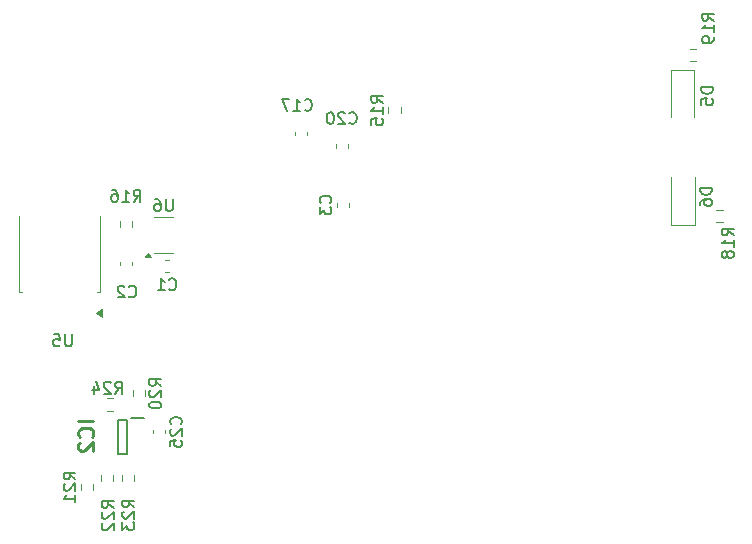
<source format=gbo>
%TF.GenerationSoftware,KiCad,Pcbnew,9.0.0*%
%TF.CreationDate,2025-03-30T14:17:43+09:00*%
%TF.ProjectId,v1000,76313030-302e-46b6-9963-61645f706362,rev?*%
%TF.SameCoordinates,Original*%
%TF.FileFunction,Legend,Bot*%
%TF.FilePolarity,Positive*%
%FSLAX46Y46*%
G04 Gerber Fmt 4.6, Leading zero omitted, Abs format (unit mm)*
G04 Created by KiCad (PCBNEW 9.0.0) date 2025-03-30 14:17:43*
%MOMM*%
%LPD*%
G01*
G04 APERTURE LIST*
%ADD10C,0.150000*%
%ADD11C,0.254000*%
%ADD12C,0.120000*%
%ADD13C,0.200000*%
G04 APERTURE END LIST*
D10*
X121724819Y-96631905D02*
X120724819Y-96631905D01*
X120724819Y-96631905D02*
X120724819Y-96870000D01*
X120724819Y-96870000D02*
X120772438Y-97012857D01*
X120772438Y-97012857D02*
X120867676Y-97108095D01*
X120867676Y-97108095D02*
X120962914Y-97155714D01*
X120962914Y-97155714D02*
X121153390Y-97203333D01*
X121153390Y-97203333D02*
X121296247Y-97203333D01*
X121296247Y-97203333D02*
X121486723Y-97155714D01*
X121486723Y-97155714D02*
X121581961Y-97108095D01*
X121581961Y-97108095D02*
X121677200Y-97012857D01*
X121677200Y-97012857D02*
X121724819Y-96870000D01*
X121724819Y-96870000D02*
X121724819Y-96631905D01*
X120724819Y-98060476D02*
X120724819Y-97870000D01*
X120724819Y-97870000D02*
X120772438Y-97774762D01*
X120772438Y-97774762D02*
X120820057Y-97727143D01*
X120820057Y-97727143D02*
X120962914Y-97631905D01*
X120962914Y-97631905D02*
X121153390Y-97584286D01*
X121153390Y-97584286D02*
X121534342Y-97584286D01*
X121534342Y-97584286D02*
X121629580Y-97631905D01*
X121629580Y-97631905D02*
X121677200Y-97679524D01*
X121677200Y-97679524D02*
X121724819Y-97774762D01*
X121724819Y-97774762D02*
X121724819Y-97965238D01*
X121724819Y-97965238D02*
X121677200Y-98060476D01*
X121677200Y-98060476D02*
X121629580Y-98108095D01*
X121629580Y-98108095D02*
X121534342Y-98155714D01*
X121534342Y-98155714D02*
X121296247Y-98155714D01*
X121296247Y-98155714D02*
X121201009Y-98108095D01*
X121201009Y-98108095D02*
X121153390Y-98060476D01*
X121153390Y-98060476D02*
X121105771Y-97965238D01*
X121105771Y-97965238D02*
X121105771Y-97774762D01*
X121105771Y-97774762D02*
X121153390Y-97679524D01*
X121153390Y-97679524D02*
X121201009Y-97631905D01*
X121201009Y-97631905D02*
X121296247Y-97584286D01*
X121834819Y-88101905D02*
X120834819Y-88101905D01*
X120834819Y-88101905D02*
X120834819Y-88340000D01*
X120834819Y-88340000D02*
X120882438Y-88482857D01*
X120882438Y-88482857D02*
X120977676Y-88578095D01*
X120977676Y-88578095D02*
X121072914Y-88625714D01*
X121072914Y-88625714D02*
X121263390Y-88673333D01*
X121263390Y-88673333D02*
X121406247Y-88673333D01*
X121406247Y-88673333D02*
X121596723Y-88625714D01*
X121596723Y-88625714D02*
X121691961Y-88578095D01*
X121691961Y-88578095D02*
X121787200Y-88482857D01*
X121787200Y-88482857D02*
X121834819Y-88340000D01*
X121834819Y-88340000D02*
X121834819Y-88101905D01*
X120834819Y-89578095D02*
X120834819Y-89101905D01*
X120834819Y-89101905D02*
X121311009Y-89054286D01*
X121311009Y-89054286D02*
X121263390Y-89101905D01*
X121263390Y-89101905D02*
X121215771Y-89197143D01*
X121215771Y-89197143D02*
X121215771Y-89435238D01*
X121215771Y-89435238D02*
X121263390Y-89530476D01*
X121263390Y-89530476D02*
X121311009Y-89578095D01*
X121311009Y-89578095D02*
X121406247Y-89625714D01*
X121406247Y-89625714D02*
X121644342Y-89625714D01*
X121644342Y-89625714D02*
X121739580Y-89578095D01*
X121739580Y-89578095D02*
X121787200Y-89530476D01*
X121787200Y-89530476D02*
X121834819Y-89435238D01*
X121834819Y-89435238D02*
X121834819Y-89197143D01*
X121834819Y-89197143D02*
X121787200Y-89101905D01*
X121787200Y-89101905D02*
X121739580Y-89054286D01*
X91042857Y-91119580D02*
X91090476Y-91167200D01*
X91090476Y-91167200D02*
X91233333Y-91214819D01*
X91233333Y-91214819D02*
X91328571Y-91214819D01*
X91328571Y-91214819D02*
X91471428Y-91167200D01*
X91471428Y-91167200D02*
X91566666Y-91071961D01*
X91566666Y-91071961D02*
X91614285Y-90976723D01*
X91614285Y-90976723D02*
X91661904Y-90786247D01*
X91661904Y-90786247D02*
X91661904Y-90643390D01*
X91661904Y-90643390D02*
X91614285Y-90452914D01*
X91614285Y-90452914D02*
X91566666Y-90357676D01*
X91566666Y-90357676D02*
X91471428Y-90262438D01*
X91471428Y-90262438D02*
X91328571Y-90214819D01*
X91328571Y-90214819D02*
X91233333Y-90214819D01*
X91233333Y-90214819D02*
X91090476Y-90262438D01*
X91090476Y-90262438D02*
X91042857Y-90310057D01*
X90661904Y-90310057D02*
X90614285Y-90262438D01*
X90614285Y-90262438D02*
X90519047Y-90214819D01*
X90519047Y-90214819D02*
X90280952Y-90214819D01*
X90280952Y-90214819D02*
X90185714Y-90262438D01*
X90185714Y-90262438D02*
X90138095Y-90310057D01*
X90138095Y-90310057D02*
X90090476Y-90405295D01*
X90090476Y-90405295D02*
X90090476Y-90500533D01*
X90090476Y-90500533D02*
X90138095Y-90643390D01*
X90138095Y-90643390D02*
X90709523Y-91214819D01*
X90709523Y-91214819D02*
X90090476Y-91214819D01*
X89471428Y-90214819D02*
X89376190Y-90214819D01*
X89376190Y-90214819D02*
X89280952Y-90262438D01*
X89280952Y-90262438D02*
X89233333Y-90310057D01*
X89233333Y-90310057D02*
X89185714Y-90405295D01*
X89185714Y-90405295D02*
X89138095Y-90595771D01*
X89138095Y-90595771D02*
X89138095Y-90833866D01*
X89138095Y-90833866D02*
X89185714Y-91024342D01*
X89185714Y-91024342D02*
X89233333Y-91119580D01*
X89233333Y-91119580D02*
X89280952Y-91167200D01*
X89280952Y-91167200D02*
X89376190Y-91214819D01*
X89376190Y-91214819D02*
X89471428Y-91214819D01*
X89471428Y-91214819D02*
X89566666Y-91167200D01*
X89566666Y-91167200D02*
X89614285Y-91119580D01*
X89614285Y-91119580D02*
X89661904Y-91024342D01*
X89661904Y-91024342D02*
X89709523Y-90833866D01*
X89709523Y-90833866D02*
X89709523Y-90595771D01*
X89709523Y-90595771D02*
X89661904Y-90405295D01*
X89661904Y-90405295D02*
X89614285Y-90310057D01*
X89614285Y-90310057D02*
X89566666Y-90262438D01*
X89566666Y-90262438D02*
X89471428Y-90214819D01*
X67534404Y-109034819D02*
X67534404Y-109844342D01*
X67534404Y-109844342D02*
X67486785Y-109939580D01*
X67486785Y-109939580D02*
X67439166Y-109987200D01*
X67439166Y-109987200D02*
X67343928Y-110034819D01*
X67343928Y-110034819D02*
X67153452Y-110034819D01*
X67153452Y-110034819D02*
X67058214Y-109987200D01*
X67058214Y-109987200D02*
X67010595Y-109939580D01*
X67010595Y-109939580D02*
X66962976Y-109844342D01*
X66962976Y-109844342D02*
X66962976Y-109034819D01*
X66010595Y-109034819D02*
X66486785Y-109034819D01*
X66486785Y-109034819D02*
X66534404Y-109511009D01*
X66534404Y-109511009D02*
X66486785Y-109463390D01*
X66486785Y-109463390D02*
X66391547Y-109415771D01*
X66391547Y-109415771D02*
X66153452Y-109415771D01*
X66153452Y-109415771D02*
X66058214Y-109463390D01*
X66058214Y-109463390D02*
X66010595Y-109511009D01*
X66010595Y-109511009D02*
X65962976Y-109606247D01*
X65962976Y-109606247D02*
X65962976Y-109844342D01*
X65962976Y-109844342D02*
X66010595Y-109939580D01*
X66010595Y-109939580D02*
X66058214Y-109987200D01*
X66058214Y-109987200D02*
X66153452Y-110034819D01*
X66153452Y-110034819D02*
X66391547Y-110034819D01*
X66391547Y-110034819D02*
X66486785Y-109987200D01*
X66486785Y-109987200D02*
X66534404Y-109939580D01*
X71074819Y-123697142D02*
X70598628Y-123363809D01*
X71074819Y-123125714D02*
X70074819Y-123125714D01*
X70074819Y-123125714D02*
X70074819Y-123506666D01*
X70074819Y-123506666D02*
X70122438Y-123601904D01*
X70122438Y-123601904D02*
X70170057Y-123649523D01*
X70170057Y-123649523D02*
X70265295Y-123697142D01*
X70265295Y-123697142D02*
X70408152Y-123697142D01*
X70408152Y-123697142D02*
X70503390Y-123649523D01*
X70503390Y-123649523D02*
X70551009Y-123601904D01*
X70551009Y-123601904D02*
X70598628Y-123506666D01*
X70598628Y-123506666D02*
X70598628Y-123125714D01*
X70170057Y-124078095D02*
X70122438Y-124125714D01*
X70122438Y-124125714D02*
X70074819Y-124220952D01*
X70074819Y-124220952D02*
X70074819Y-124459047D01*
X70074819Y-124459047D02*
X70122438Y-124554285D01*
X70122438Y-124554285D02*
X70170057Y-124601904D01*
X70170057Y-124601904D02*
X70265295Y-124649523D01*
X70265295Y-124649523D02*
X70360533Y-124649523D01*
X70360533Y-124649523D02*
X70503390Y-124601904D01*
X70503390Y-124601904D02*
X71074819Y-124030476D01*
X71074819Y-124030476D02*
X71074819Y-124649523D01*
X70170057Y-125030476D02*
X70122438Y-125078095D01*
X70122438Y-125078095D02*
X70074819Y-125173333D01*
X70074819Y-125173333D02*
X70074819Y-125411428D01*
X70074819Y-125411428D02*
X70122438Y-125506666D01*
X70122438Y-125506666D02*
X70170057Y-125554285D01*
X70170057Y-125554285D02*
X70265295Y-125601904D01*
X70265295Y-125601904D02*
X70360533Y-125601904D01*
X70360533Y-125601904D02*
X70503390Y-125554285D01*
X70503390Y-125554285D02*
X71074819Y-124982857D01*
X71074819Y-124982857D02*
X71074819Y-125601904D01*
X72376666Y-105799580D02*
X72424285Y-105847200D01*
X72424285Y-105847200D02*
X72567142Y-105894819D01*
X72567142Y-105894819D02*
X72662380Y-105894819D01*
X72662380Y-105894819D02*
X72805237Y-105847200D01*
X72805237Y-105847200D02*
X72900475Y-105751961D01*
X72900475Y-105751961D02*
X72948094Y-105656723D01*
X72948094Y-105656723D02*
X72995713Y-105466247D01*
X72995713Y-105466247D02*
X72995713Y-105323390D01*
X72995713Y-105323390D02*
X72948094Y-105132914D01*
X72948094Y-105132914D02*
X72900475Y-105037676D01*
X72900475Y-105037676D02*
X72805237Y-104942438D01*
X72805237Y-104942438D02*
X72662380Y-104894819D01*
X72662380Y-104894819D02*
X72567142Y-104894819D01*
X72567142Y-104894819D02*
X72424285Y-104942438D01*
X72424285Y-104942438D02*
X72376666Y-104990057D01*
X71995713Y-104990057D02*
X71948094Y-104942438D01*
X71948094Y-104942438D02*
X71852856Y-104894819D01*
X71852856Y-104894819D02*
X71614761Y-104894819D01*
X71614761Y-104894819D02*
X71519523Y-104942438D01*
X71519523Y-104942438D02*
X71471904Y-104990057D01*
X71471904Y-104990057D02*
X71424285Y-105085295D01*
X71424285Y-105085295D02*
X71424285Y-105180533D01*
X71424285Y-105180533D02*
X71471904Y-105323390D01*
X71471904Y-105323390D02*
X72043332Y-105894819D01*
X72043332Y-105894819D02*
X71424285Y-105894819D01*
X76759580Y-116647142D02*
X76807200Y-116599523D01*
X76807200Y-116599523D02*
X76854819Y-116456666D01*
X76854819Y-116456666D02*
X76854819Y-116361428D01*
X76854819Y-116361428D02*
X76807200Y-116218571D01*
X76807200Y-116218571D02*
X76711961Y-116123333D01*
X76711961Y-116123333D02*
X76616723Y-116075714D01*
X76616723Y-116075714D02*
X76426247Y-116028095D01*
X76426247Y-116028095D02*
X76283390Y-116028095D01*
X76283390Y-116028095D02*
X76092914Y-116075714D01*
X76092914Y-116075714D02*
X75997676Y-116123333D01*
X75997676Y-116123333D02*
X75902438Y-116218571D01*
X75902438Y-116218571D02*
X75854819Y-116361428D01*
X75854819Y-116361428D02*
X75854819Y-116456666D01*
X75854819Y-116456666D02*
X75902438Y-116599523D01*
X75902438Y-116599523D02*
X75950057Y-116647142D01*
X75950057Y-117028095D02*
X75902438Y-117075714D01*
X75902438Y-117075714D02*
X75854819Y-117170952D01*
X75854819Y-117170952D02*
X75854819Y-117409047D01*
X75854819Y-117409047D02*
X75902438Y-117504285D01*
X75902438Y-117504285D02*
X75950057Y-117551904D01*
X75950057Y-117551904D02*
X76045295Y-117599523D01*
X76045295Y-117599523D02*
X76140533Y-117599523D01*
X76140533Y-117599523D02*
X76283390Y-117551904D01*
X76283390Y-117551904D02*
X76854819Y-116980476D01*
X76854819Y-116980476D02*
X76854819Y-117599523D01*
X75854819Y-118504285D02*
X75854819Y-118028095D01*
X75854819Y-118028095D02*
X76331009Y-117980476D01*
X76331009Y-117980476D02*
X76283390Y-118028095D01*
X76283390Y-118028095D02*
X76235771Y-118123333D01*
X76235771Y-118123333D02*
X76235771Y-118361428D01*
X76235771Y-118361428D02*
X76283390Y-118456666D01*
X76283390Y-118456666D02*
X76331009Y-118504285D01*
X76331009Y-118504285D02*
X76426247Y-118551904D01*
X76426247Y-118551904D02*
X76664342Y-118551904D01*
X76664342Y-118551904D02*
X76759580Y-118504285D01*
X76759580Y-118504285D02*
X76807200Y-118456666D01*
X76807200Y-118456666D02*
X76854819Y-118361428D01*
X76854819Y-118361428D02*
X76854819Y-118123333D01*
X76854819Y-118123333D02*
X76807200Y-118028095D01*
X76807200Y-118028095D02*
X76759580Y-117980476D01*
X87252857Y-90009580D02*
X87300476Y-90057200D01*
X87300476Y-90057200D02*
X87443333Y-90104819D01*
X87443333Y-90104819D02*
X87538571Y-90104819D01*
X87538571Y-90104819D02*
X87681428Y-90057200D01*
X87681428Y-90057200D02*
X87776666Y-89961961D01*
X87776666Y-89961961D02*
X87824285Y-89866723D01*
X87824285Y-89866723D02*
X87871904Y-89676247D01*
X87871904Y-89676247D02*
X87871904Y-89533390D01*
X87871904Y-89533390D02*
X87824285Y-89342914D01*
X87824285Y-89342914D02*
X87776666Y-89247676D01*
X87776666Y-89247676D02*
X87681428Y-89152438D01*
X87681428Y-89152438D02*
X87538571Y-89104819D01*
X87538571Y-89104819D02*
X87443333Y-89104819D01*
X87443333Y-89104819D02*
X87300476Y-89152438D01*
X87300476Y-89152438D02*
X87252857Y-89200057D01*
X86300476Y-90104819D02*
X86871904Y-90104819D01*
X86586190Y-90104819D02*
X86586190Y-89104819D01*
X86586190Y-89104819D02*
X86681428Y-89247676D01*
X86681428Y-89247676D02*
X86776666Y-89342914D01*
X86776666Y-89342914D02*
X86871904Y-89390533D01*
X85967142Y-89104819D02*
X85300476Y-89104819D01*
X85300476Y-89104819D02*
X85729047Y-90104819D01*
X75774166Y-105189580D02*
X75821785Y-105237200D01*
X75821785Y-105237200D02*
X75964642Y-105284819D01*
X75964642Y-105284819D02*
X76059880Y-105284819D01*
X76059880Y-105284819D02*
X76202737Y-105237200D01*
X76202737Y-105237200D02*
X76297975Y-105141961D01*
X76297975Y-105141961D02*
X76345594Y-105046723D01*
X76345594Y-105046723D02*
X76393213Y-104856247D01*
X76393213Y-104856247D02*
X76393213Y-104713390D01*
X76393213Y-104713390D02*
X76345594Y-104522914D01*
X76345594Y-104522914D02*
X76297975Y-104427676D01*
X76297975Y-104427676D02*
X76202737Y-104332438D01*
X76202737Y-104332438D02*
X76059880Y-104284819D01*
X76059880Y-104284819D02*
X75964642Y-104284819D01*
X75964642Y-104284819D02*
X75821785Y-104332438D01*
X75821785Y-104332438D02*
X75774166Y-104380057D01*
X74821785Y-105284819D02*
X75393213Y-105284819D01*
X75107499Y-105284819D02*
X75107499Y-104284819D01*
X75107499Y-104284819D02*
X75202737Y-104427676D01*
X75202737Y-104427676D02*
X75297975Y-104522914D01*
X75297975Y-104522914D02*
X75393213Y-104570533D01*
X121904819Y-82457142D02*
X121428628Y-82123809D01*
X121904819Y-81885714D02*
X120904819Y-81885714D01*
X120904819Y-81885714D02*
X120904819Y-82266666D01*
X120904819Y-82266666D02*
X120952438Y-82361904D01*
X120952438Y-82361904D02*
X121000057Y-82409523D01*
X121000057Y-82409523D02*
X121095295Y-82457142D01*
X121095295Y-82457142D02*
X121238152Y-82457142D01*
X121238152Y-82457142D02*
X121333390Y-82409523D01*
X121333390Y-82409523D02*
X121381009Y-82361904D01*
X121381009Y-82361904D02*
X121428628Y-82266666D01*
X121428628Y-82266666D02*
X121428628Y-81885714D01*
X121904819Y-83409523D02*
X121904819Y-82838095D01*
X121904819Y-83123809D02*
X120904819Y-83123809D01*
X120904819Y-83123809D02*
X121047676Y-83028571D01*
X121047676Y-83028571D02*
X121142914Y-82933333D01*
X121142914Y-82933333D02*
X121190533Y-82838095D01*
X121904819Y-83885714D02*
X121904819Y-84076190D01*
X121904819Y-84076190D02*
X121857200Y-84171428D01*
X121857200Y-84171428D02*
X121809580Y-84219047D01*
X121809580Y-84219047D02*
X121666723Y-84314285D01*
X121666723Y-84314285D02*
X121476247Y-84361904D01*
X121476247Y-84361904D02*
X121095295Y-84361904D01*
X121095295Y-84361904D02*
X121000057Y-84314285D01*
X121000057Y-84314285D02*
X120952438Y-84266666D01*
X120952438Y-84266666D02*
X120904819Y-84171428D01*
X120904819Y-84171428D02*
X120904819Y-83980952D01*
X120904819Y-83980952D02*
X120952438Y-83885714D01*
X120952438Y-83885714D02*
X121000057Y-83838095D01*
X121000057Y-83838095D02*
X121095295Y-83790476D01*
X121095295Y-83790476D02*
X121333390Y-83790476D01*
X121333390Y-83790476D02*
X121428628Y-83838095D01*
X121428628Y-83838095D02*
X121476247Y-83885714D01*
X121476247Y-83885714D02*
X121523866Y-83980952D01*
X121523866Y-83980952D02*
X121523866Y-84171428D01*
X121523866Y-84171428D02*
X121476247Y-84266666D01*
X121476247Y-84266666D02*
X121428628Y-84314285D01*
X121428628Y-84314285D02*
X121333390Y-84361904D01*
X72824819Y-123667142D02*
X72348628Y-123333809D01*
X72824819Y-123095714D02*
X71824819Y-123095714D01*
X71824819Y-123095714D02*
X71824819Y-123476666D01*
X71824819Y-123476666D02*
X71872438Y-123571904D01*
X71872438Y-123571904D02*
X71920057Y-123619523D01*
X71920057Y-123619523D02*
X72015295Y-123667142D01*
X72015295Y-123667142D02*
X72158152Y-123667142D01*
X72158152Y-123667142D02*
X72253390Y-123619523D01*
X72253390Y-123619523D02*
X72301009Y-123571904D01*
X72301009Y-123571904D02*
X72348628Y-123476666D01*
X72348628Y-123476666D02*
X72348628Y-123095714D01*
X71920057Y-124048095D02*
X71872438Y-124095714D01*
X71872438Y-124095714D02*
X71824819Y-124190952D01*
X71824819Y-124190952D02*
X71824819Y-124429047D01*
X71824819Y-124429047D02*
X71872438Y-124524285D01*
X71872438Y-124524285D02*
X71920057Y-124571904D01*
X71920057Y-124571904D02*
X72015295Y-124619523D01*
X72015295Y-124619523D02*
X72110533Y-124619523D01*
X72110533Y-124619523D02*
X72253390Y-124571904D01*
X72253390Y-124571904D02*
X72824819Y-124000476D01*
X72824819Y-124000476D02*
X72824819Y-124619523D01*
X71824819Y-124952857D02*
X71824819Y-125571904D01*
X71824819Y-125571904D02*
X72205771Y-125238571D01*
X72205771Y-125238571D02*
X72205771Y-125381428D01*
X72205771Y-125381428D02*
X72253390Y-125476666D01*
X72253390Y-125476666D02*
X72301009Y-125524285D01*
X72301009Y-125524285D02*
X72396247Y-125571904D01*
X72396247Y-125571904D02*
X72634342Y-125571904D01*
X72634342Y-125571904D02*
X72729580Y-125524285D01*
X72729580Y-125524285D02*
X72777200Y-125476666D01*
X72777200Y-125476666D02*
X72824819Y-125381428D01*
X72824819Y-125381428D02*
X72824819Y-125095714D01*
X72824819Y-125095714D02*
X72777200Y-125000476D01*
X72777200Y-125000476D02*
X72729580Y-124952857D01*
D11*
X69374318Y-116370237D02*
X68104318Y-116370237D01*
X69253365Y-117700714D02*
X69313842Y-117640238D01*
X69313842Y-117640238D02*
X69374318Y-117458809D01*
X69374318Y-117458809D02*
X69374318Y-117337857D01*
X69374318Y-117337857D02*
X69313842Y-117156428D01*
X69313842Y-117156428D02*
X69192889Y-117035476D01*
X69192889Y-117035476D02*
X69071937Y-116974999D01*
X69071937Y-116974999D02*
X68830032Y-116914523D01*
X68830032Y-116914523D02*
X68648603Y-116914523D01*
X68648603Y-116914523D02*
X68406699Y-116974999D01*
X68406699Y-116974999D02*
X68285746Y-117035476D01*
X68285746Y-117035476D02*
X68164794Y-117156428D01*
X68164794Y-117156428D02*
X68104318Y-117337857D01*
X68104318Y-117337857D02*
X68104318Y-117458809D01*
X68104318Y-117458809D02*
X68164794Y-117640238D01*
X68164794Y-117640238D02*
X68225270Y-117700714D01*
X68225270Y-118184523D02*
X68164794Y-118244999D01*
X68164794Y-118244999D02*
X68104318Y-118365952D01*
X68104318Y-118365952D02*
X68104318Y-118668333D01*
X68104318Y-118668333D02*
X68164794Y-118789285D01*
X68164794Y-118789285D02*
X68225270Y-118849761D01*
X68225270Y-118849761D02*
X68346222Y-118910238D01*
X68346222Y-118910238D02*
X68467175Y-118910238D01*
X68467175Y-118910238D02*
X68648603Y-118849761D01*
X68648603Y-118849761D02*
X69374318Y-118124047D01*
X69374318Y-118124047D02*
X69374318Y-118910238D01*
D10*
X123574819Y-100637142D02*
X123098628Y-100303809D01*
X123574819Y-100065714D02*
X122574819Y-100065714D01*
X122574819Y-100065714D02*
X122574819Y-100446666D01*
X122574819Y-100446666D02*
X122622438Y-100541904D01*
X122622438Y-100541904D02*
X122670057Y-100589523D01*
X122670057Y-100589523D02*
X122765295Y-100637142D01*
X122765295Y-100637142D02*
X122908152Y-100637142D01*
X122908152Y-100637142D02*
X123003390Y-100589523D01*
X123003390Y-100589523D02*
X123051009Y-100541904D01*
X123051009Y-100541904D02*
X123098628Y-100446666D01*
X123098628Y-100446666D02*
X123098628Y-100065714D01*
X123574819Y-101589523D02*
X123574819Y-101018095D01*
X123574819Y-101303809D02*
X122574819Y-101303809D01*
X122574819Y-101303809D02*
X122717676Y-101208571D01*
X122717676Y-101208571D02*
X122812914Y-101113333D01*
X122812914Y-101113333D02*
X122860533Y-101018095D01*
X123003390Y-102160952D02*
X122955771Y-102065714D01*
X122955771Y-102065714D02*
X122908152Y-102018095D01*
X122908152Y-102018095D02*
X122812914Y-101970476D01*
X122812914Y-101970476D02*
X122765295Y-101970476D01*
X122765295Y-101970476D02*
X122670057Y-102018095D01*
X122670057Y-102018095D02*
X122622438Y-102065714D01*
X122622438Y-102065714D02*
X122574819Y-102160952D01*
X122574819Y-102160952D02*
X122574819Y-102351428D01*
X122574819Y-102351428D02*
X122622438Y-102446666D01*
X122622438Y-102446666D02*
X122670057Y-102494285D01*
X122670057Y-102494285D02*
X122765295Y-102541904D01*
X122765295Y-102541904D02*
X122812914Y-102541904D01*
X122812914Y-102541904D02*
X122908152Y-102494285D01*
X122908152Y-102494285D02*
X122955771Y-102446666D01*
X122955771Y-102446666D02*
X123003390Y-102351428D01*
X123003390Y-102351428D02*
X123003390Y-102160952D01*
X123003390Y-102160952D02*
X123051009Y-102065714D01*
X123051009Y-102065714D02*
X123098628Y-102018095D01*
X123098628Y-102018095D02*
X123193866Y-101970476D01*
X123193866Y-101970476D02*
X123384342Y-101970476D01*
X123384342Y-101970476D02*
X123479580Y-102018095D01*
X123479580Y-102018095D02*
X123527200Y-102065714D01*
X123527200Y-102065714D02*
X123574819Y-102160952D01*
X123574819Y-102160952D02*
X123574819Y-102351428D01*
X123574819Y-102351428D02*
X123527200Y-102446666D01*
X123527200Y-102446666D02*
X123479580Y-102494285D01*
X123479580Y-102494285D02*
X123384342Y-102541904D01*
X123384342Y-102541904D02*
X123193866Y-102541904D01*
X123193866Y-102541904D02*
X123098628Y-102494285D01*
X123098628Y-102494285D02*
X123051009Y-102446666D01*
X123051009Y-102446666D02*
X123003390Y-102351428D01*
X71202857Y-114044819D02*
X71536190Y-113568628D01*
X71774285Y-114044819D02*
X71774285Y-113044819D01*
X71774285Y-113044819D02*
X71393333Y-113044819D01*
X71393333Y-113044819D02*
X71298095Y-113092438D01*
X71298095Y-113092438D02*
X71250476Y-113140057D01*
X71250476Y-113140057D02*
X71202857Y-113235295D01*
X71202857Y-113235295D02*
X71202857Y-113378152D01*
X71202857Y-113378152D02*
X71250476Y-113473390D01*
X71250476Y-113473390D02*
X71298095Y-113521009D01*
X71298095Y-113521009D02*
X71393333Y-113568628D01*
X71393333Y-113568628D02*
X71774285Y-113568628D01*
X70821904Y-113140057D02*
X70774285Y-113092438D01*
X70774285Y-113092438D02*
X70679047Y-113044819D01*
X70679047Y-113044819D02*
X70440952Y-113044819D01*
X70440952Y-113044819D02*
X70345714Y-113092438D01*
X70345714Y-113092438D02*
X70298095Y-113140057D01*
X70298095Y-113140057D02*
X70250476Y-113235295D01*
X70250476Y-113235295D02*
X70250476Y-113330533D01*
X70250476Y-113330533D02*
X70298095Y-113473390D01*
X70298095Y-113473390D02*
X70869523Y-114044819D01*
X70869523Y-114044819D02*
X70250476Y-114044819D01*
X69393333Y-113378152D02*
X69393333Y-114044819D01*
X69631428Y-112997200D02*
X69869523Y-113711485D01*
X69869523Y-113711485D02*
X69250476Y-113711485D01*
X93884819Y-89407142D02*
X93408628Y-89073809D01*
X93884819Y-88835714D02*
X92884819Y-88835714D01*
X92884819Y-88835714D02*
X92884819Y-89216666D01*
X92884819Y-89216666D02*
X92932438Y-89311904D01*
X92932438Y-89311904D02*
X92980057Y-89359523D01*
X92980057Y-89359523D02*
X93075295Y-89407142D01*
X93075295Y-89407142D02*
X93218152Y-89407142D01*
X93218152Y-89407142D02*
X93313390Y-89359523D01*
X93313390Y-89359523D02*
X93361009Y-89311904D01*
X93361009Y-89311904D02*
X93408628Y-89216666D01*
X93408628Y-89216666D02*
X93408628Y-88835714D01*
X93884819Y-90359523D02*
X93884819Y-89788095D01*
X93884819Y-90073809D02*
X92884819Y-90073809D01*
X92884819Y-90073809D02*
X93027676Y-89978571D01*
X93027676Y-89978571D02*
X93122914Y-89883333D01*
X93122914Y-89883333D02*
X93170533Y-89788095D01*
X92884819Y-91264285D02*
X92884819Y-90788095D01*
X92884819Y-90788095D02*
X93361009Y-90740476D01*
X93361009Y-90740476D02*
X93313390Y-90788095D01*
X93313390Y-90788095D02*
X93265771Y-90883333D01*
X93265771Y-90883333D02*
X93265771Y-91121428D01*
X93265771Y-91121428D02*
X93313390Y-91216666D01*
X93313390Y-91216666D02*
X93361009Y-91264285D01*
X93361009Y-91264285D02*
X93456247Y-91311904D01*
X93456247Y-91311904D02*
X93694342Y-91311904D01*
X93694342Y-91311904D02*
X93789580Y-91264285D01*
X93789580Y-91264285D02*
X93837200Y-91216666D01*
X93837200Y-91216666D02*
X93884819Y-91121428D01*
X93884819Y-91121428D02*
X93884819Y-90883333D01*
X93884819Y-90883333D02*
X93837200Y-90788095D01*
X93837200Y-90788095D02*
X93789580Y-90740476D01*
X75104819Y-113387142D02*
X74628628Y-113053809D01*
X75104819Y-112815714D02*
X74104819Y-112815714D01*
X74104819Y-112815714D02*
X74104819Y-113196666D01*
X74104819Y-113196666D02*
X74152438Y-113291904D01*
X74152438Y-113291904D02*
X74200057Y-113339523D01*
X74200057Y-113339523D02*
X74295295Y-113387142D01*
X74295295Y-113387142D02*
X74438152Y-113387142D01*
X74438152Y-113387142D02*
X74533390Y-113339523D01*
X74533390Y-113339523D02*
X74581009Y-113291904D01*
X74581009Y-113291904D02*
X74628628Y-113196666D01*
X74628628Y-113196666D02*
X74628628Y-112815714D01*
X74200057Y-113768095D02*
X74152438Y-113815714D01*
X74152438Y-113815714D02*
X74104819Y-113910952D01*
X74104819Y-113910952D02*
X74104819Y-114149047D01*
X74104819Y-114149047D02*
X74152438Y-114244285D01*
X74152438Y-114244285D02*
X74200057Y-114291904D01*
X74200057Y-114291904D02*
X74295295Y-114339523D01*
X74295295Y-114339523D02*
X74390533Y-114339523D01*
X74390533Y-114339523D02*
X74533390Y-114291904D01*
X74533390Y-114291904D02*
X75104819Y-113720476D01*
X75104819Y-113720476D02*
X75104819Y-114339523D01*
X74104819Y-114958571D02*
X74104819Y-115053809D01*
X74104819Y-115053809D02*
X74152438Y-115149047D01*
X74152438Y-115149047D02*
X74200057Y-115196666D01*
X74200057Y-115196666D02*
X74295295Y-115244285D01*
X74295295Y-115244285D02*
X74485771Y-115291904D01*
X74485771Y-115291904D02*
X74723866Y-115291904D01*
X74723866Y-115291904D02*
X74914342Y-115244285D01*
X74914342Y-115244285D02*
X75009580Y-115196666D01*
X75009580Y-115196666D02*
X75057200Y-115149047D01*
X75057200Y-115149047D02*
X75104819Y-115053809D01*
X75104819Y-115053809D02*
X75104819Y-114958571D01*
X75104819Y-114958571D02*
X75057200Y-114863333D01*
X75057200Y-114863333D02*
X75009580Y-114815714D01*
X75009580Y-114815714D02*
X74914342Y-114768095D01*
X74914342Y-114768095D02*
X74723866Y-114720476D01*
X74723866Y-114720476D02*
X74485771Y-114720476D01*
X74485771Y-114720476D02*
X74295295Y-114768095D01*
X74295295Y-114768095D02*
X74200057Y-114815714D01*
X74200057Y-114815714D02*
X74152438Y-114863333D01*
X74152438Y-114863333D02*
X74104819Y-114958571D01*
X72782857Y-97794819D02*
X73116190Y-97318628D01*
X73354285Y-97794819D02*
X73354285Y-96794819D01*
X73354285Y-96794819D02*
X72973333Y-96794819D01*
X72973333Y-96794819D02*
X72878095Y-96842438D01*
X72878095Y-96842438D02*
X72830476Y-96890057D01*
X72830476Y-96890057D02*
X72782857Y-96985295D01*
X72782857Y-96985295D02*
X72782857Y-97128152D01*
X72782857Y-97128152D02*
X72830476Y-97223390D01*
X72830476Y-97223390D02*
X72878095Y-97271009D01*
X72878095Y-97271009D02*
X72973333Y-97318628D01*
X72973333Y-97318628D02*
X73354285Y-97318628D01*
X71830476Y-97794819D02*
X72401904Y-97794819D01*
X72116190Y-97794819D02*
X72116190Y-96794819D01*
X72116190Y-96794819D02*
X72211428Y-96937676D01*
X72211428Y-96937676D02*
X72306666Y-97032914D01*
X72306666Y-97032914D02*
X72401904Y-97080533D01*
X70973333Y-96794819D02*
X71163809Y-96794819D01*
X71163809Y-96794819D02*
X71259047Y-96842438D01*
X71259047Y-96842438D02*
X71306666Y-96890057D01*
X71306666Y-96890057D02*
X71401904Y-97032914D01*
X71401904Y-97032914D02*
X71449523Y-97223390D01*
X71449523Y-97223390D02*
X71449523Y-97604342D01*
X71449523Y-97604342D02*
X71401904Y-97699580D01*
X71401904Y-97699580D02*
X71354285Y-97747200D01*
X71354285Y-97747200D02*
X71259047Y-97794819D01*
X71259047Y-97794819D02*
X71068571Y-97794819D01*
X71068571Y-97794819D02*
X70973333Y-97747200D01*
X70973333Y-97747200D02*
X70925714Y-97699580D01*
X70925714Y-97699580D02*
X70878095Y-97604342D01*
X70878095Y-97604342D02*
X70878095Y-97366247D01*
X70878095Y-97366247D02*
X70925714Y-97271009D01*
X70925714Y-97271009D02*
X70973333Y-97223390D01*
X70973333Y-97223390D02*
X71068571Y-97175771D01*
X71068571Y-97175771D02*
X71259047Y-97175771D01*
X71259047Y-97175771D02*
X71354285Y-97223390D01*
X71354285Y-97223390D02*
X71401904Y-97271009D01*
X71401904Y-97271009D02*
X71449523Y-97366247D01*
X89419580Y-97900833D02*
X89467200Y-97853214D01*
X89467200Y-97853214D02*
X89514819Y-97710357D01*
X89514819Y-97710357D02*
X89514819Y-97615119D01*
X89514819Y-97615119D02*
X89467200Y-97472262D01*
X89467200Y-97472262D02*
X89371961Y-97377024D01*
X89371961Y-97377024D02*
X89276723Y-97329405D01*
X89276723Y-97329405D02*
X89086247Y-97281786D01*
X89086247Y-97281786D02*
X88943390Y-97281786D01*
X88943390Y-97281786D02*
X88752914Y-97329405D01*
X88752914Y-97329405D02*
X88657676Y-97377024D01*
X88657676Y-97377024D02*
X88562438Y-97472262D01*
X88562438Y-97472262D02*
X88514819Y-97615119D01*
X88514819Y-97615119D02*
X88514819Y-97710357D01*
X88514819Y-97710357D02*
X88562438Y-97853214D01*
X88562438Y-97853214D02*
X88610057Y-97900833D01*
X88514819Y-98234167D02*
X88514819Y-98853214D01*
X88514819Y-98853214D02*
X88895771Y-98519881D01*
X88895771Y-98519881D02*
X88895771Y-98662738D01*
X88895771Y-98662738D02*
X88943390Y-98757976D01*
X88943390Y-98757976D02*
X88991009Y-98805595D01*
X88991009Y-98805595D02*
X89086247Y-98853214D01*
X89086247Y-98853214D02*
X89324342Y-98853214D01*
X89324342Y-98853214D02*
X89419580Y-98805595D01*
X89419580Y-98805595D02*
X89467200Y-98757976D01*
X89467200Y-98757976D02*
X89514819Y-98662738D01*
X89514819Y-98662738D02*
X89514819Y-98377024D01*
X89514819Y-98377024D02*
X89467200Y-98281786D01*
X89467200Y-98281786D02*
X89419580Y-98234167D01*
X67854819Y-121307142D02*
X67378628Y-120973809D01*
X67854819Y-120735714D02*
X66854819Y-120735714D01*
X66854819Y-120735714D02*
X66854819Y-121116666D01*
X66854819Y-121116666D02*
X66902438Y-121211904D01*
X66902438Y-121211904D02*
X66950057Y-121259523D01*
X66950057Y-121259523D02*
X67045295Y-121307142D01*
X67045295Y-121307142D02*
X67188152Y-121307142D01*
X67188152Y-121307142D02*
X67283390Y-121259523D01*
X67283390Y-121259523D02*
X67331009Y-121211904D01*
X67331009Y-121211904D02*
X67378628Y-121116666D01*
X67378628Y-121116666D02*
X67378628Y-120735714D01*
X66950057Y-121688095D02*
X66902438Y-121735714D01*
X66902438Y-121735714D02*
X66854819Y-121830952D01*
X66854819Y-121830952D02*
X66854819Y-122069047D01*
X66854819Y-122069047D02*
X66902438Y-122164285D01*
X66902438Y-122164285D02*
X66950057Y-122211904D01*
X66950057Y-122211904D02*
X67045295Y-122259523D01*
X67045295Y-122259523D02*
X67140533Y-122259523D01*
X67140533Y-122259523D02*
X67283390Y-122211904D01*
X67283390Y-122211904D02*
X67854819Y-121640476D01*
X67854819Y-121640476D02*
X67854819Y-122259523D01*
X67854819Y-123211904D02*
X67854819Y-122640476D01*
X67854819Y-122926190D02*
X66854819Y-122926190D01*
X66854819Y-122926190D02*
X66997676Y-122830952D01*
X66997676Y-122830952D02*
X67092914Y-122735714D01*
X67092914Y-122735714D02*
X67140533Y-122640476D01*
X76081904Y-97574819D02*
X76081904Y-98384342D01*
X76081904Y-98384342D02*
X76034285Y-98479580D01*
X76034285Y-98479580D02*
X75986666Y-98527200D01*
X75986666Y-98527200D02*
X75891428Y-98574819D01*
X75891428Y-98574819D02*
X75700952Y-98574819D01*
X75700952Y-98574819D02*
X75605714Y-98527200D01*
X75605714Y-98527200D02*
X75558095Y-98479580D01*
X75558095Y-98479580D02*
X75510476Y-98384342D01*
X75510476Y-98384342D02*
X75510476Y-97574819D01*
X74605714Y-97574819D02*
X74796190Y-97574819D01*
X74796190Y-97574819D02*
X74891428Y-97622438D01*
X74891428Y-97622438D02*
X74939047Y-97670057D01*
X74939047Y-97670057D02*
X75034285Y-97812914D01*
X75034285Y-97812914D02*
X75081904Y-98003390D01*
X75081904Y-98003390D02*
X75081904Y-98384342D01*
X75081904Y-98384342D02*
X75034285Y-98479580D01*
X75034285Y-98479580D02*
X74986666Y-98527200D01*
X74986666Y-98527200D02*
X74891428Y-98574819D01*
X74891428Y-98574819D02*
X74700952Y-98574819D01*
X74700952Y-98574819D02*
X74605714Y-98527200D01*
X74605714Y-98527200D02*
X74558095Y-98479580D01*
X74558095Y-98479580D02*
X74510476Y-98384342D01*
X74510476Y-98384342D02*
X74510476Y-98146247D01*
X74510476Y-98146247D02*
X74558095Y-98051009D01*
X74558095Y-98051009D02*
X74605714Y-98003390D01*
X74605714Y-98003390D02*
X74700952Y-97955771D01*
X74700952Y-97955771D02*
X74891428Y-97955771D01*
X74891428Y-97955771D02*
X74986666Y-98003390D01*
X74986666Y-98003390D02*
X75034285Y-98051009D01*
X75034285Y-98051009D02*
X75081904Y-98146247D01*
D12*
%TO.C,D6*%
X120270000Y-99730000D02*
X118270000Y-99730000D01*
X120270000Y-99730000D02*
X120270000Y-95720000D01*
X118270000Y-99730000D02*
X118270000Y-95720000D01*
%TO.C,D5*%
X118240000Y-86630000D02*
X120240000Y-86630000D01*
X118240000Y-86630000D02*
X118240000Y-90640000D01*
X120240000Y-86630000D02*
X120240000Y-90640000D01*
%TO.C,C20*%
X89880000Y-93233767D02*
X89880000Y-92941233D01*
X90900000Y-93233767D02*
X90900000Y-92941233D01*
%TO.C,U5*%
X63040000Y-99040000D02*
X63040000Y-105460000D01*
X63040000Y-105460000D02*
X63310000Y-105460000D01*
X69940000Y-99040000D02*
X69940000Y-105460000D01*
X69940000Y-105460000D02*
X69670000Y-105460000D01*
X70100000Y-107530000D02*
X69630000Y-107190000D01*
X70100000Y-106850000D01*
X70100000Y-107530000D01*
G36*
X70100000Y-107530000D02*
G01*
X69630000Y-107190000D01*
X70100000Y-106850000D01*
X70100000Y-107530000D01*
G37*
%TO.C,R22*%
X70017500Y-120905276D02*
X70017500Y-121414724D01*
X71062500Y-120905276D02*
X71062500Y-121414724D01*
%TO.C,C2*%
X71610000Y-103158767D02*
X71610000Y-102866233D01*
X72630000Y-103158767D02*
X72630000Y-102866233D01*
%TO.C,C25*%
X74400000Y-117104420D02*
X74400000Y-117385580D01*
X75420000Y-117104420D02*
X75420000Y-117385580D01*
%TO.C,C17*%
X86470000Y-92153767D02*
X86470000Y-91861233D01*
X87490000Y-92153767D02*
X87490000Y-91861233D01*
%TO.C,C1*%
X75461233Y-103770000D02*
X75753767Y-103770000D01*
X75461233Y-102750000D02*
X75753767Y-102750000D01*
%TO.C,R19*%
X120404724Y-84877500D02*
X119895276Y-84877500D01*
X120404724Y-85922500D02*
X119895276Y-85922500D01*
%TO.C,R23*%
X71757500Y-120917776D02*
X71757500Y-121427224D01*
X72802500Y-120917776D02*
X72802500Y-121427224D01*
D13*
%TO.C,IC2*%
X71440000Y-116240000D02*
X71440000Y-119140000D01*
X71440000Y-119140000D02*
X72240000Y-119140000D01*
X72240000Y-116240000D02*
X71440000Y-116240000D01*
X72240000Y-119140000D02*
X72240000Y-116240000D01*
X73690000Y-116090000D02*
X72590000Y-116090000D01*
D12*
%TO.C,R18*%
X122634724Y-98497500D02*
X122125276Y-98497500D01*
X122634724Y-99542500D02*
X122125276Y-99542500D01*
%TO.C,R24*%
X70492776Y-114427500D02*
X71002224Y-114427500D01*
X70492776Y-115472500D02*
X71002224Y-115472500D01*
%TO.C,R15*%
X94337500Y-89795276D02*
X94337500Y-90304724D01*
X95382500Y-89795276D02*
X95382500Y-90304724D01*
%TO.C,R20*%
X72697500Y-114284724D02*
X72697500Y-113775276D01*
X73742500Y-114284724D02*
X73742500Y-113775276D01*
%TO.C,R16*%
X71597500Y-99442776D02*
X71597500Y-99952224D01*
X72642500Y-99442776D02*
X72642500Y-99952224D01*
%TO.C,C3*%
X89980000Y-97921233D02*
X89980000Y-98213767D01*
X91000000Y-97921233D02*
X91000000Y-98213767D01*
%TO.C,R21*%
X68307500Y-121695276D02*
X68307500Y-122204724D01*
X69352500Y-121695276D02*
X69352500Y-122204724D01*
%TO.C,U6*%
X75320000Y-99050000D02*
X74520000Y-99050000D01*
X75320000Y-99050000D02*
X76120000Y-99050000D01*
X75320000Y-102170000D02*
X74520000Y-102170000D01*
X75320000Y-102170000D02*
X76120000Y-102170000D01*
X74260000Y-102450000D02*
X73780000Y-102450000D01*
X74020000Y-102120000D01*
X74260000Y-102450000D01*
G36*
X74260000Y-102450000D02*
G01*
X73780000Y-102450000D01*
X74020000Y-102120000D01*
X74260000Y-102450000D01*
G37*
%TD*%
M02*

</source>
